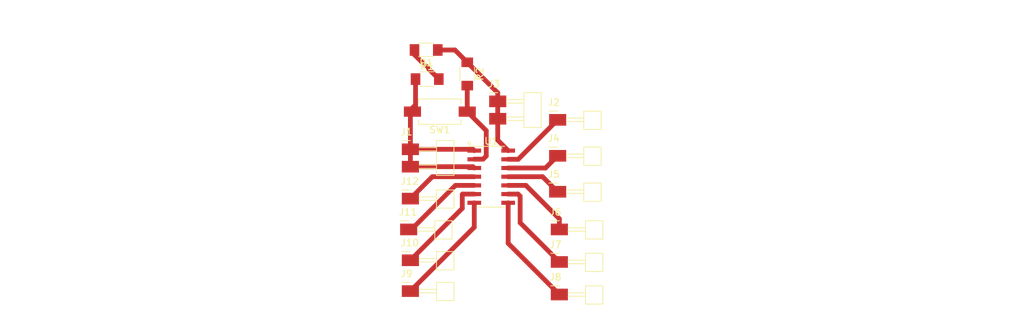
<source format=kicad_pcb>
(kicad_pcb (version 20240108) (generator "pcbnew") (generator_version "8.0")
  (layers (0 "F.Cu" signal) (31 "B.Cu" signal) (34 "B.Paste" user) (35 "F.Paste" user) (36 "B.SilkS" user "B.Silkscreen") (37 "F.SilkS" user "F.Silkscreen") (38 "B.Mask" user) (39 "F.Mask" user) (44 "Edge.Cuts" user))
  (net 0 "")
  (net 1 "Net-(D1-A)")
  (net 2 "PWR_GND")
  (net 3 "PWR_5V")
  (net 4 "Net-(J2-Pin_1)")
  (net 5 "Net-(J4-Pin_1)")
  (net 6 "Net-(J5-Pin_1)")
  (net 7 "Net-(J6-Pin_1)")
  (net 8 "Net-(J7-Pin_1)")
  (net 9 "Net-(J8-Pin_1)")
  (net 10 "Net-(J9-Pin_1)")
  (net 11 "Net-(J10-Pin_1)")
  (net 12 "Net-(J11-Pin_1)")
  (net 13 "Net-(J12-Pin_1)")
  (net 14 "/Buton")
  (footprint "fab:SOIC-14_3.9x8.7mm_P1.27mm" (layer "F.Cu") (at 158.25 88.5)
    (property "Reference" "U1" (at 0 -5.2 0) (layer "F.SilkS"))
    (property "Value" "Microcontroller_ATtiny44A-SSU")
    (fp_line (start 0 -4.435) (end -3.45 -4.435) (stroke (width 0.12)) (layer "F.SilkS"))
    (fp_line (start 0 -4.435) (end 1.95 -4.435) (stroke (width 0.12)) (layer "F.SilkS"))
    (fp_line (start 0 4.435) (end -1.95 4.435) (stroke (width 0.12)) (layer "F.SilkS"))
    (fp_line (start 0 4.435) (end 1.95 4.435) (stroke (width 0.12)) (layer "F.SilkS"))
    (fp_circle (center -3.2 -4.9) (end -3.2 -4.7) (stroke (width 0.12)) (fill none) (layer "F.SilkS"))
    (pad "1" smd rect (at -2.475 -3.81) (size 2 0.6) (layers "F.Cu" "F.Paste" "F.Mask") (net 3 "PWR_5V"))
    (pad "2" smd rect (at -2.475 -2.54) (size 2 0.6) (layers "F.Cu" "F.Paste" "F.Mask") (net 14 "/Buton"))
    (pad "3" smd rect (at -2.475 -1.27) (size 2 0.6) (layers "F.Cu" "F.Paste" "F.Mask") (net 3 "PWR_5V"))
    (pad "4" smd rect (at -2.475 0) (size 2 0.6) (layers "F.Cu" "F.Paste" "F.Mask") (net 13 "Net-(J12-Pin_1)"))
    (pad "5" smd rect (at -2.475 1.27) (size 2 0.6) (layers "F.Cu" "F.Paste" "F.Mask") (net 12 "Net-(J11-Pin_1)"))
    (pad "6" smd rect (at -2.475 2.54) (size 2 0.6) (layers "F.Cu" "F.Paste" "F.Mask") (net 11 "Net-(J10-Pin_1)"))
    (pad "7" smd rect (at -2.475 3.81) (size 2 0.6) (layers "F.Cu" "F.Paste" "F.Mask") (net 10 "Net-(J9-Pin_1)"))
    (pad "8" smd rect (at 2.475 3.81) (size 2 0.6) (layers "F.Cu" "F.Paste" "F.Mask") (net 9 "Net-(J8-Pin_1)"))
    (pad "9" smd rect (at 2.475 2.54) (size 2 0.6) (layers "F.Cu" "F.Paste" "F.Mask") (net 8 "Net-(J7-Pin_1)"))
    (pad "10" smd rect (at 2.475 1.27) (size 2 0.6) (layers "F.Cu" "F.Paste" "F.Mask") (net 7 "Net-(J6-Pin_1)"))
    (pad "11" smd rect (at 2.475 0) (size 2 0.6) (layers "F.Cu" "F.Paste" "F.Mask") (net 6 "Net-(J5-Pin_1)"))
    (pad "12" smd rect (at 2.475 -1.27) (size 2 0.6) (layers "F.Cu" "F.Paste" "F.Mask") (net 5 "Net-(J4-Pin_1)"))
    (pad "13" smd rect (at 2.475 -2.54) (size 2 0.6) (layers "F.Cu" "F.Paste" "F.Mask") (net 4 "Net-(J2-Pin_1)"))
    (pad "14" smd rect (at 2.475 -3.81) (size 2 0.6) (layers "F.Cu" "F.Paste" "F.Mask") (net 2 "PWR_GND"))
  )
  (footprint "fab:PinHeader_1x01_P2.54mm_Horizontal_SMD" (layer "F.Cu") (at 146.45 100.7)
    (property "Reference" "J10" (at -1.524 -2.54 180) (layer "F.SilkS") (effects (justify left)))
    (property "Value" "Conn_PinHeader_1x01_P2.54mm_Horizontal_SMD")
    (fp_line (start -1.27 -1.27) (end 0 -1.27) (stroke (width 0.12)) (layer "F.SilkS"))
    (fp_line (start 3.81 -1.27) (end 6.35 -1.27) (stroke (width 0.12)) (layer "F.SilkS"))
    (fp_line (start 3.81 -0.254) (end 1.27 -0.254) (stroke (width 0.12)) (layer "F.SilkS"))
    (fp_line (start 3.81 0.254) (end 1.27 0.254) (stroke (width 0.12)) (layer "F.SilkS"))
    (fp_line (start 3.81 1.397) (end 3.81 -1.27) (stroke (width 0.12)) (layer "F.SilkS"))
    (fp_line (start 6.35 -1.27) (end 6.35 1.397) (stroke (width 0.12)) (layer "F.SilkS"))
    (fp_line (start 6.35 1.397) (end 3.81 1.397) (stroke (width 0.12)) (layer "F.SilkS"))
    (pad "1" smd rect (at 0 0) (size 2.5 1.7) (layers "F.Cu" "F.Paste" "F.Mask") (net 11 "Net-(J10-Pin_1)"))
  )
  (footprint "fab:PinHeader_1x01_P2.54mm_Horizontal_SMD" (layer "F.Cu") (at 168.2 96.2)
    (property "Reference" "J6" (at -1.524 -2.54 180) (layer "F.SilkS") (effects (justify left)))
    (property "Value" "Conn_PinHeader_1x01_P2.54mm_Horizontal_SMD")
    (fp_line (start -1.27 -1.27) (end 0 -1.27) (stroke (width 0.12)) (layer "F.SilkS"))
    (fp_line (start 3.81 -1.27) (end 6.35 -1.27) (stroke (width 0.12)) (layer "F.SilkS"))
    (fp_line (start 3.81 -0.254) (end 1.27 -0.254) (stroke (width 0.12)) (layer "F.SilkS"))
    (fp_line (start 3.81 0.254) (end 1.27 0.254) (stroke (width 0.12)) (layer "F.SilkS"))
    (fp_line (start 3.81 1.397) (end 3.81 -1.27) (stroke (width 0.12)) (layer "F.SilkS"))
    (fp_line (start 6.35 -1.27) (end 6.35 1.397) (stroke (width 0.12)) (layer "F.SilkS"))
    (fp_line (start 6.35 1.397) (end 3.81 1.397) (stroke (width 0.12)) (layer "F.SilkS"))
    (pad "1" smd rect (at 0 0) (size 2.5 1.7) (layers "F.Cu" "F.Paste" "F.Mask") (net 7 "Net-(J6-Pin_1)"))
  )
  (footprint "fab:PinHeader_1x01_P2.54mm_Horizontal_SMD" (layer "F.Cu") (at 167.95 80.2)
    (property "Reference" "J2" (at -1.524 -2.54 180) (layer "F.SilkS") (effects (justify left)))
    (property "Value" "Conn_PinHeader_1x01_P2.54mm_Horizontal_SMD")
    (fp_line (start -1.27 -1.27) (end 0 -1.27) (stroke (width 0.12)) (layer "F.SilkS"))
    (fp_line (start 3.81 -1.27) (end 6.35 -1.27) (stroke (width 0.12)) (layer "F.SilkS"))
    (fp_line (start 3.81 -0.254) (end 1.27 -0.254) (stroke (width 0.12)) (layer "F.SilkS"))
    (fp_line (start 3.81 0.254) (end 1.27 0.254) (stroke (width 0.12)) (layer "F.SilkS"))
    (fp_line (start 3.81 1.397) (end 3.81 -1.27) (stroke (width 0.12)) (layer "F.SilkS"))
    (fp_line (start 6.35 -1.27) (end 6.35 1.397) (stroke (width 0.12)) (layer "F.SilkS"))
    (fp_line (start 6.35 1.397) (end 3.81 1.397) (stroke (width 0.12)) (layer "F.SilkS"))
    (pad "1" smd rect (at 0 0) (size 2.5 1.7) (layers "F.Cu" "F.Paste" "F.Mask") (net 4 "Net-(J2-Pin_1)"))
  )
  (footprint "fab:PinHeader_1x01_P2.54mm_Horizontal_SMD" (layer "F.Cu") (at 168.2 105.7)
    (property "Reference" "J8" (at -1.524 -2.54 180) (layer "F.SilkS") (effects (justify left)))
    (property "Value" "Conn_PinHeader_1x01_P2.54mm_Horizontal_SMD")
    (fp_line (start -1.27 -1.27) (end 0 -1.27) (stroke (width 0.12)) (layer "F.SilkS"))
    (fp_line (start 3.81 -1.27) (end 6.35 -1.27) (stroke (width 0.12)) (layer "F.SilkS"))
    (fp_line (start 3.81 -0.254) (end 1.27 -0.254) (stroke (width 0.12)) (layer "F.SilkS"))
    (fp_line (start 3.81 0.254) (end 1.27 0.254) (stroke (width 0.12)) (layer "F.SilkS"))
    (fp_line (start 3.81 1.397) (end 3.81 -1.27) (stroke (width 0.12)) (layer "F.SilkS"))
    (fp_line (start 6.35 -1.27) (end 6.35 1.397) (stroke (width 0.12)) (layer "F.SilkS"))
    (fp_line (start 6.35 1.397) (end 3.81 1.397) (stroke (width 0.12)) (layer "F.SilkS"))
    (pad "1" smd rect (at 0 0) (size 2.5 1.7) (layers "F.Cu" "F.Paste" "F.Mask") (net 9 "Net-(J8-Pin_1)"))
  )
  (footprint "fab:PinHeader_1x01_P2.54mm_Horizontal_SMD" (layer "F.Cu") (at 146.2 96.2)
    (property "Reference" "J11" (at -1.524 -2.54 180) (layer "F.SilkS") (effects (justify left)))
    (property "Value" "Conn_PinHeader_1x01_P2.54mm_Horizontal_SMD")
    (fp_line (start -1.27 -1.27) (end 0 -1.27) (stroke (width 0.12)) (layer "F.SilkS"))
    (fp_line (start 3.81 -1.27) (end 6.35 -1.27) (stroke (width 0.12)) (layer "F.SilkS"))
    (fp_line (start 3.81 -0.254) (end 1.27 -0.254) (stroke (width 0.12)) (layer "F.SilkS"))
    (fp_line (start 3.81 0.254) (end 1.27 0.254) (stroke (width 0.12)) (layer "F.SilkS"))
    (fp_line (start 3.81 1.397) (end 3.81 -1.27) (stroke (width 0.12)) (layer "F.SilkS"))
    (fp_line (start 6.35 -1.27) (end 6.35 1.397) (stroke (width 0.12)) (layer "F.SilkS"))
    (fp_line (start 6.35 1.397) (end 3.81 1.397) (stroke (width 0.12)) (layer "F.SilkS"))
    (pad "1" smd rect (at 0 0) (size 2.5 1.7) (layers "F.Cu" "F.Paste" "F.Mask") (net 12 "Net-(J11-Pin_1)"))
  )
  (footprint "fab:R_1206" (layer "F.Cu") (at 154.75 73.5 -90)
    (property "Reference" "R2" (at 0 -1.85 90) (layer "F.SilkS"))
    (property "Value" "R_1206")
    (fp_line (start 1 1.07) (end -1 1.07) (stroke (width 0.12)) (layer "F.SilkS"))
    (fp_line (start -1 -1.07) (end 1 -1.07) (stroke (width 0.12)) (layer "F.SilkS"))
    (pad "1" smd rect (at -1.7 0 270) (size 1.4 1.7) (layers "F.Cu" "F.Paste" "F.Mask") (net 2 "PWR_GND"))
    (pad "2" smd rect (at 1.7 0 270) (size 1.4 1.7) (layers "F.Cu" "F.Paste" "F.Mask") (net 14 "/Buton"))
  )
  (footprint "fab:PinHeader_1x02_P2.54mm_Horizontal_SMD" (layer "F.Cu") (at 159.2 77.5)
    (property "Reference" "J3" (at -1.524 -2.54 180) (layer "F.SilkS") (effects (justify left)))
    (property "Value" "Conn_PinHeader_1x02_P2.54mm_Horizontal_SMD")
    (fp_line (start -1.27 -1.27) (end 0 -1.27) (stroke (width 0.12)) (layer "F.SilkS"))
    (fp_line (start 3.81 -1.27) (end 6.35 -1.27) (stroke (width 0.12)) (layer "F.SilkS"))
    (fp_line (start 3.81 -0.254) (end 1.27 -0.254) (stroke (width 0.12)) (layer "F.SilkS"))
    (fp_line (start 3.81 0.254) (end 1.27 0.254) (stroke (width 0.12)) (layer "F.SilkS"))
    (fp_line (start 3.81 2.286) (end 1.27 2.286) (stroke (width 0.12)) (layer "F.SilkS"))
    (fp_line (start 3.81 2.794) (end 1.27 2.794) (stroke (width 0.12)) (layer "F.SilkS"))
    (fp_line (start 3.81 3.81) (end 3.81 -1.27) (stroke (width 0.12)) (layer "F.SilkS"))
    (fp_line (start 6.35 -1.27) (end 6.35 3.81) (stroke (width 0.12)) (layer "F.SilkS"))
    (fp_line (start 6.35 3.81) (end 3.81 3.81) (stroke (width 0.12)) (layer "F.SilkS"))
    (pad "1" smd rect (at 0 0) (size 2.5 1.7) (layers "F.Cu" "F.Paste" "F.Mask") (net 2 "PWR_GND"))
    (pad "2" smd rect (at 0 2.54) (size 2.5 1.7) (layers "F.Cu" "F.Paste" "F.Mask") (net 2 "PWR_GND"))
  )
  (footprint "fab:PinHeader_1x01_P2.54mm_Horizontal_SMD" (layer "F.Cu") (at 146.45 105.2)
    (property "Reference" "J9" (at -1.524 -2.54 180) (layer "F.SilkS") (effects (justify left)))
    (property "Value" "Conn_PinHeader_1x01_P2.54mm_Horizontal_SMD")
    (fp_line (start -1.27 -1.27) (end 0 -1.27) (stroke (width 0.12)) (layer "F.SilkS"))
    (fp_line (start 3.81 -1.27) (end 6.35 -1.27) (stroke (width 0.12)) (layer "F.SilkS"))
    (fp_line (start 3.81 -0.254) (end 1.27 -0.254) (stroke (width 0.12)) (layer "F.SilkS"))
    (fp_line (start 3.81 0.254) (end 1.27 0.254) (stroke (width 0.12)) (layer "F.SilkS"))
    (fp_line (start 3.81 1.397) (end 3.81 -1.27) (stroke (width 0.12)) (layer "F.SilkS"))
    (fp_line (start 6.35 -1.27) (end 6.35 1.397) (stroke (width 0.12)) (layer "F.SilkS"))
    (fp_line (start 6.35 1.397) (end 3.81 1.397) (stroke (width 0.12)) (layer "F.SilkS"))
    (pad "1" smd rect (at 0 0) (size 2.5 1.7) (layers "F.Cu" "F.Paste" "F.Mask") (net 10 "Net-(J9-Pin_1)"))
  )
  (footprint "fab:PinHeader_1x01_P2.54mm_Horizontal_SMD" (layer "F.Cu") (at 168.2 100.95)
    (property "Reference" "J7" (at -1.524 -2.54 180) (layer "F.SilkS") (effects (justify left)))
    (property "Value" "Conn_PinHeader_1x01_P2.54mm_Horizontal_SMD")
    (fp_line (start -1.27 -1.27) (end 0 -1.27) (stroke (width 0.12)) (layer "F.SilkS"))
    (fp_line (start 3.81 -1.27) (end 6.35 -1.27) (stroke (width 0.12)) (layer "F.SilkS"))
    (fp_line (start 3.81 -0.254) (end 1.27 -0.254) (stroke (width 0.12)) (layer "F.SilkS"))
    (fp_line (start 3.81 0.254) (end 1.27 0.254) (stroke (width 0.12)) (layer "F.SilkS"))
    (fp_line (start 3.81 1.397) (end 3.81 -1.27) (stroke (width 0.12)) (layer "F.SilkS"))
    (fp_line (start 6.35 -1.27) (end 6.35 1.397) (stroke (width 0.12)) (layer "F.SilkS"))
    (fp_line (start 6.35 1.397) (end 3.81 1.397) (stroke (width 0.12)) (layer "F.SilkS"))
    (pad "1" smd rect (at 0 0) (size 2.5 1.7) (layers "F.Cu" "F.Paste" "F.Mask") (net 8 "Net-(J7-Pin_1)"))
  )
  (footprint "fab:PinHeader_1x02_P2.54mm_Horizontal_SMD" (layer "F.Cu") (at 146.45 84.5)
    (property "Reference" "J1" (at -1.524 -2.54 180) (layer "F.SilkS") (effects (justify left)))
    (property "Value" "Conn_PinHeader_1x02_P2.54mm_Horizontal_SMD")
    (fp_line (start -1.27 -1.27) (end 0 -1.27) (stroke (width 0.12)) (layer "F.SilkS"))
    (fp_line (start 3.81 -1.27) (end 6.35 -1.27) (stroke (width 0.12)) (layer "F.SilkS"))
    (fp_line (start 3.81 -0.254) (end 1.27 -0.254) (stroke (width 0.12)) (layer "F.SilkS"))
    (fp_line (start 3.81 0.254) (end 1.27 0.254) (stroke (width 0.12)) (layer "F.SilkS"))
    (fp_line (start 3.81 2.286) (end 1.27 2.286) (stroke (width 0.12)) (layer "F.SilkS"))
    (fp_line (start 3.81 2.794) (end 1.27 2.794) (stroke (width 0.12)) (layer "F.SilkS"))
    (fp_line (start 3.81 3.81) (end 3.81 -1.27) (stroke (width 0.12)) (layer "F.SilkS"))
    (fp_line (start 6.35 -1.27) (end 6.35 3.81) (stroke (width 0.12)) (layer "F.SilkS"))
    (fp_line (start 6.35 3.81) (end 3.81 3.81) (stroke (width 0.12)) (layer "F.SilkS"))
    (pad "1" smd rect (at 0 0) (size 2.5 1.7) (layers "F.Cu" "F.Paste" "F.Mask") (net 3 "PWR_5V"))
    (pad "2" smd rect (at 0 2.54) (size 2.5 1.7) (layers "F.Cu" "F.Paste" "F.Mask") (net 3 "PWR_5V"))
  )
  (footprint "fab:R_1206" (layer "F.Cu") (at 148.9 74.25)
    (property "Reference" "R1" (at 0 -1.85 360) (layer "F.SilkS"))
    (property "Value" "R_1206")
    (fp_line (start -1 -1.07) (end 1 -1.07) (stroke (width 0.12)) (layer "F.SilkS"))
    (fp_line (start 1 1.07) (end -1 1.07) (stroke (width 0.12)) (layer "F.SilkS"))
    (pad "1" smd rect (at -1.7 0) (size 1.4 1.7) (layers "F.Cu" "F.Paste" "F.Mask") (net 3 "PWR_5V"))
    (pad "2" smd rect (at 1.7 0) (size 1.4 1.7) (layers "F.Cu" "F.Paste" "F.Mask") (net 1 "Net-(D1-A)"))
  )
  (footprint "fab:PinHeader_1x01_P2.54mm_Horizontal_SMD" (layer "F.Cu") (at 167.95 85.45)
    (property "Reference" "J4" (at -1.524 -2.54 180) (layer "F.SilkS") (effects (justify left)))
    (property "Value" "Conn_PinHeader_1x01_P2.54mm_Horizontal_SMD")
    (fp_line (start -1.27 -1.27) (end 0 -1.27) (stroke (width 0.12)) (layer "F.SilkS"))
    (fp_line (start 3.81 -1.27) (end 6.35 -1.27) (stroke (width 0.12)) (layer "F.SilkS"))
    (fp_line (start 3.81 -0.254) (end 1.27 -0.254) (stroke (width 0.12)) (layer "F.SilkS"))
    (fp_line (start 3.81 0.254) (end 1.27 0.254) (stroke (width 0.12)) (layer "F.SilkS"))
    (fp_line (start 3.81 1.397) (end 3.81 -1.27) (stroke (width 0.12)) (layer "F.SilkS"))
    (fp_line (start 6.35 -1.27) (end 6.35 1.397) (stroke (width 0.12)) (layer "F.SilkS"))
    (fp_line (start 6.35 1.397) (end 3.81 1.397) (stroke (width 0.12)) (layer "F.SilkS"))
    (pad "1" smd rect (at 0 0) (size 2.5 1.7) (layers "F.Cu" "F.Paste" "F.Mask") (net 5 "Net-(J4-Pin_1)"))
  )
  (footprint "fab:PinHeader_1x01_P2.54mm_Horizontal_SMD" (layer "F.Cu") (at 146.45 91.7)
    (property "Reference" "J12" (at -1.524 -2.54 180) (layer "F.SilkS") (effects (justify left)))
    (property "Value" "Conn_PinHeader_1x01_P2.54mm_Horizontal_SMD")
    (fp_line (start -1.27 -1.27) (end 0 -1.27) (stroke (width 0.12)) (layer "F.SilkS"))
    (fp_line (start 3.81 -1.27) (end 6.35 -1.27) (stroke (width 0.12)) (layer "F.SilkS"))
    (fp_line (start 3.81 -0.254) (end 1.27 -0.254) (stroke (width 0.12)) (layer "F.SilkS"))
    (fp_line (start 3.81 0.254) (end 1.27 0.254) (stroke (width 0.12)) (layer "F.SilkS"))
    (fp_line (start 3.81 1.397) (end 3.81 -1.27) (stroke (width 0.12)) (layer "F.SilkS"))
    (fp_line (start 6.35 -1.27) (end 6.35 1.397) (stroke (width 0.12)) (layer "F.SilkS"))
    (fp_line (start 6.35 1.397) (end 3.81 1.397) (stroke (width 0.12)) (layer "F.SilkS"))
    (pad "1" smd rect (at 0 0) (size 2.5 1.7) (layers "F.Cu" "F.Paste" "F.Mask") (net 13 "Net-(J12-Pin_1)"))
  )
  (footprint "fab:LED_1206" (layer "F.Cu") (at 148.75 70 180)
    (property "Reference" "D1" (at 0 -1.85 180) (layer "F.SilkS"))
    (property "Value" "LED_1206")
    (fp_line (start -1.1 1) (end 1.1 1) (stroke (width 0.12)) (layer "F.SilkS"))
    (fp_line (start -1.1 -0.95) (end 1.1 -0.95) (stroke (width 0.12)) (layer "F.SilkS"))
    (pad "1" smd rect (at -1.7 0 180) (size 1.4 1.7) (layers "F.Cu" "F.Paste" "F.Mask") (net 2 "PWR_GND"))
    (pad "2" smd rect (at 1.7 0 180) (size 1.4 1.7) (layers "F.Cu" "F.Paste" "F.Mask") (net 1 "Net-(D1-A)"))
  )
  (footprint "fab:Button_CnK_PTS636.0_6x3.5mm" (layer "F.Cu") (at 150.75 79 180)
    (property "Reference" "SW1" (at 0 -2.65 180) (layer "F.SilkS"))
    (property "Value" "Switch_Tactile_CnK")
    (fp_line (start 3.1 1.85) (end 3.1 1.2) (stroke (width 0.12)) (layer "F.SilkS"))
    (fp_line (start 3.1 -1.85) (end 3.1 -1.2) (stroke (width 0.12)) (layer "F.SilkS"))
    (fp_line (start 3.1 -1.85) (end -3.1 -1.85) (stroke (width 0.12)) (layer "F.SilkS"))
    (fp_line (start -3.1 1.85) (end 3.1 1.85) (stroke (width 0.12)) (layer "F.SilkS"))
    (fp_line (start -3.1 1.2) (end -3.1 1.85) (stroke (width 0.12)) (layer "F.SilkS"))
    (fp_line (start -3.1 -1.85) (end -3.1 -1.2) (stroke (width 0.12)) (layer "F.SilkS"))
    (pad "1" smd rect (at -4 0 180) (size 2.5 1.5) (layers "F.Cu" "F.Paste" "F.Mask") (net 14 "/Buton"))
    (pad "2" smd rect (at 4 0 180) (size 2.5 1.5) (layers "F.Cu" "F.Paste" "F.Mask") (net 3 "PWR_5V"))
  )
  (footprint "fab:PinHeader_1x01_P2.54mm_Horizontal_SMD" (layer "F.Cu") (at 167.95 90.7)
    (property "Reference" "J5" (at -1.524 -2.54 180) (layer "F.SilkS") (effects (justify left)))
    (property "Value" "Conn_PinHeader_1x01_P2.54mm_Horizontal_SMD")
    (fp_line (start -1.27 -1.27) (end 0 -1.27) (stroke (width 0.12)) (layer "F.SilkS"))
    (fp_line (start 3.81 -1.27) (end 6.35 -1.27) (stroke (width 0.12)) (layer "F.SilkS"))
    (fp_line (start 3.81 -0.254) (end 1.27 -0.254) (stroke (width 0.12)) (layer "F.SilkS"))
    (fp_line (start 3.81 0.254) (end 1.27 0.254) (stroke (width 0.12)) (layer "F.SilkS"))
    (fp_line (start 3.81 1.397) (end 3.81 -1.27) (stroke (width 0.12)) (layer "F.SilkS"))
    (fp_line (start 6.35 -1.27) (end 6.35 1.397) (stroke (width 0.12)) (layer "F.SilkS"))
    (fp_line (start 6.35 1.397) (end 3.81 1.397) (stroke (width 0.12)) (layer "F.SilkS"))
    (pad "1" smd rect (at 0 0) (size 2.5 1.7) (layers "F.Cu" "F.Paste" "F.Mask") (net 6 "Net-(J5-Pin_1)"))
  )
  (segment (start 147.05 70) (end 147.05 70.7) (width 0.7) (layer "F.Cu") (net 1))
  (segment (start 147.05 70.7) (end 150.6 74.25) (width 0.7) (layer "F.Cu") (net 1))
  (segment (start 159.2 80.04) (end 159.2 83.165) (width 0.7) (layer "F.Cu") (net 2))
  (segment (start 150.45 70) (end 152.95 70) (width 0.7) (layer "F.Cu") (net 2))
  (segment (start 159.2 76.25) (end 159.2 77.5) (width 0.7) (layer "F.Cu") (net 2))
  (segment (start 152.95 70) (end 154.75 71.8) (width 0.7) (layer "F.Cu") (net 2))
  (segment (start 154.75 71.8) (end 159.2 76.25) (width 0.7) (layer "F.Cu") (net 2))
  (segment (start 159.2 77.5) (end 159.2 80.04) (width 0.7) (layer "F.Cu") (net 2))
  (segment (start 159.2 83.165) (end 160.725 84.69) (width 0.7) (layer "F.Cu") (net 2))
  (segment (start 147.2 74.25) (end 147.2 78) (width 0.7) (layer "F.Cu") (net 3))
  (segment (start 155.585 87.04) (end 155.775 87.23) (width 0.7) (layer "F.Cu") (net 3))
  (segment (start 146.45 87.04) (end 146.45 84.5) (width 0.7) (layer "F.Cu") (net 3))
  (segment (start 146.45 78.75) (end 147.2 78) (width 0.7) (layer "F.Cu") (net 3))
  (segment (start 155.585 84.5) (end 155.775 84.69) (width 0.7) (layer "F.Cu") (net 3))
  (segment (start 146.45 87.04) (end 155.585 87.04) (width 0.7) (layer "F.Cu") (net 3))
  (segment (start 147.2 78) (end 147.2 78.55) (width 0.7) (layer "F.Cu") (net 3))
  (segment (start 146.45 84.5) (end 155.585 84.5) (width 0.7) (layer "F.Cu") (net 3))
  (segment (start 146.45 84.5) (end 146.45 78.75) (width 0.7) (layer "F.Cu") (net 3))
  (segment (start 147.2 78.55) (end 146.75 79) (width 0.7) (layer "F.Cu") (net 3))
  (segment (start 162.19 85.96) (end 160.725 85.96) (width 0.7) (layer "F.Cu") (net 4))
  (segment (start 167.95 80.2) (end 162.19 85.96) (width 0.7) (layer "F.Cu") (net 4))
  (segment (start 167.95 85.45) (end 166.17 87.23) (width 0.7) (layer "F.Cu") (net 5))
  (segment (start 166.17 87.23) (end 160.725 87.23) (width 0.7) (layer "F.Cu") (net 5))
  (segment (start 167.95 90.7) (end 165.75 88.5) (width 0.7) (layer "F.Cu") (net 6))
  (segment (start 165.75 88.5) (end 160.725 88.5) (width 0.7) (layer "F.Cu") (net 6))
  (segment (start 168.2 96.2) (end 168.2 94.65) (width 0.7) (layer "F.Cu") (net 7))
  (segment (start 163.32 89.77) (end 160.725 89.77) (width 0.7) (layer "F.Cu") (net 7))
  (segment (start 168.2 94.65) (end 163.32 89.77) (width 0.7) (layer "F.Cu") (net 7))
  (segment (start 162.475 91.345) (end 162.17 91.04) (width 0.7) (layer "F.Cu") (net 8))
  (segment (start 168.2 100.95) (end 162.475 95.225) (width 0.7) (layer "F.Cu") (net 8))
  (segment (start 162.17 91.04) (end 160.725 91.04) (width 0.7) (layer "F.Cu") (net 8))
  (segment (start 162.475 95.225) (end 162.475 91.345) (width 0.7) (layer "F.Cu") (net 8))
  (segment (start 160.725 98.225) (end 160.725 92.31) (width 0.7) (layer "F.Cu") (net 9))
  (segment (start 168.2 105.7) (end 160.725 98.225) (width 0.7) (layer "F.Cu") (net 9))
  (segment (start 155.775 95.875) (end 155.775 92.31) (width 0.7) (layer "F.Cu") (net 10))
  (segment (start 146.45 105.2) (end 155.775 95.875) (width 0.7) (layer "F.Cu") (net 10))
  (segment (start 154.025 91.09) (end 154.075 91.04) (width 0.7) (layer "F.Cu") (net 11))
  (segment (start 154.025 93.125) (end 154.025 91.09) (width 0.7) (layer "F.Cu") (net 11))
  (segment (start 154.075 91.04) (end 155.775 91.04) (width 0.7) (layer "F.Cu") (net 11))
  (segment (start 146.45 100.7) (end 154.025 93.125) (width 0.7) (layer "F.Cu") (net 11))
  (segment (start 146.2 96.2) (end 146.6 96.2) (width 0.7) (layer "F.Cu") (net 12))
  (segment (start 153.03 89.77) (end 155.775 89.77) (width 0.7) (layer "F.Cu") (net 12))
  (segment (start 146.6 96.2) (end 153.03 89.77) (width 0.7) (layer "F.Cu") (net 12))
  (segment (start 146.45 91.7) (end 149.65 88.5) (width 0.7) (layer "F.Cu") (net 13))
  (segment (start 149.65 88.5) (end 155.775 88.5) (width 0.7) (layer "F.Cu") (net 13))
  (segment (start 157.525 85.475) (end 157.06 85.94) (width 0.7) (layer "F.Cu") (net 14))
  (segment (start 157.06 85.94) (end 155.775 85.94) (width 0.7) (layer "F.Cu") (net 14))
  (segment (start 154.75 79) (end 154.75 75.2) (width 0.7) (layer "F.Cu") (net 14))
  (segment (start 154.75 79) (end 157.525 81.775) (width 0.7) (layer "F.Cu") (net 14))
  (segment (start 157.525 81.775) (end 157.525 85.475) (width 0.7) (layer "F.Cu") (net 14))
)
</source>
